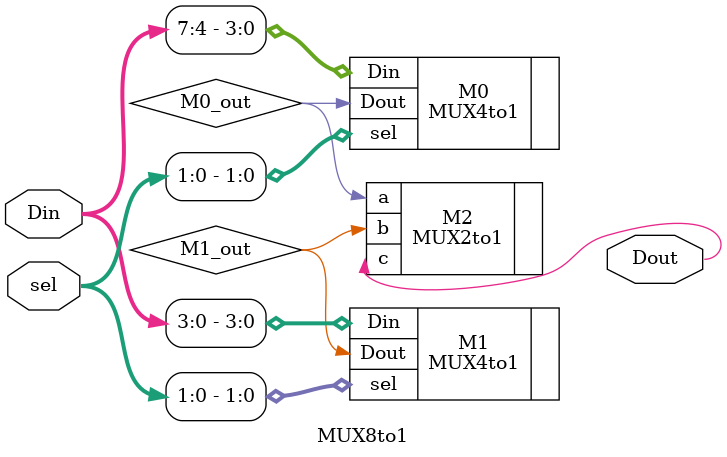
<source format=v>
module MUX8to1(Din, sel, Dout);
input [7:0]Din; 
input [2:0]sel;
output Dout;

wire M0_out, M1_out;

MUX4to1 M0(.Din(Din[7:4]), .sel(sel[1:0]), .Dout(M0_out));
MUX4to1 M1(.Din(Din[3:0]), .sel(sel[1:0]), .Dout(M1_out));
MUX2to1 M2(.a(M0_out), .b(M1_out), .c(Dout));

endmodule

</source>
